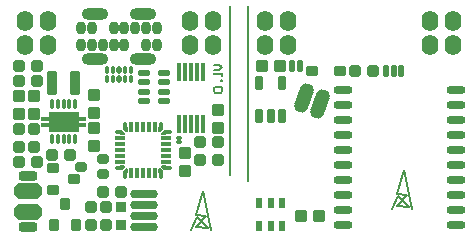
<source format=gbs>
G04*
G04 #@! TF.GenerationSoftware,Altium Limited,Altium Designer,19.1.5 (86)*
G04*
G04 Layer_Color=16711935*
%FSLAX25Y25*%
%MOIN*%
G70*
G01*
G75*
%ADD11C,0.00500*%
%ADD16C,0.00800*%
%ADD31C,0.00600*%
%ADD32C,0.00598*%
G04:AMPARAMS|DCode=34|XSize=39mil|YSize=39mil|CornerRadius=5.5mil|HoleSize=0mil|Usage=FLASHONLY|Rotation=90.000|XOffset=0mil|YOffset=0mil|HoleType=Round|Shape=RoundedRectangle|*
%AMROUNDEDRECTD34*
21,1,0.03900,0.02800,0,0,90.0*
21,1,0.02800,0.03900,0,0,90.0*
1,1,0.01100,0.01400,0.01400*
1,1,0.01100,0.01400,-0.01400*
1,1,0.01100,-0.01400,-0.01400*
1,1,0.01100,-0.01400,0.01400*
%
%ADD34ROUNDEDRECTD34*%
G04:AMPARAMS|DCode=36|XSize=20mil|YSize=39mil|CornerRadius=4.4mil|HoleSize=0mil|Usage=FLASHONLY|Rotation=180.000|XOffset=0mil|YOffset=0mil|HoleType=Round|Shape=RoundedRectangle|*
%AMROUNDEDRECTD36*
21,1,0.02000,0.03020,0,0,180.0*
21,1,0.01120,0.03900,0,0,180.0*
1,1,0.00880,-0.00560,0.01510*
1,1,0.00880,0.00560,0.01510*
1,1,0.00880,0.00560,-0.01510*
1,1,0.00880,-0.00560,-0.01510*
%
%ADD36ROUNDEDRECTD36*%
G04:AMPARAMS|DCode=37|XSize=39mil|YSize=39mil|CornerRadius=6.38mil|HoleSize=0mil|Usage=FLASHONLY|Rotation=90.000|XOffset=0mil|YOffset=0mil|HoleType=Round|Shape=RoundedRectangle|*
%AMROUNDEDRECTD37*
21,1,0.03900,0.02625,0,0,90.0*
21,1,0.02625,0.03900,0,0,90.0*
1,1,0.01275,0.01313,0.01313*
1,1,0.01275,0.01313,-0.01313*
1,1,0.01275,-0.01313,-0.01313*
1,1,0.01275,-0.01313,0.01313*
%
%ADD37ROUNDEDRECTD37*%
G04:AMPARAMS|DCode=38|XSize=39mil|YSize=39mil|CornerRadius=6.38mil|HoleSize=0mil|Usage=FLASHONLY|Rotation=0.000|XOffset=0mil|YOffset=0mil|HoleType=Round|Shape=RoundedRectangle|*
%AMROUNDEDRECTD38*
21,1,0.03900,0.02625,0,0,0.0*
21,1,0.02625,0.03900,0,0,0.0*
1,1,0.01275,0.01313,-0.01313*
1,1,0.01275,-0.01313,-0.01313*
1,1,0.01275,-0.01313,0.01313*
1,1,0.01275,0.01313,0.01313*
%
%ADD38ROUNDEDRECTD38*%
G04:AMPARAMS|DCode=39|XSize=31.56mil|YSize=39.43mil|CornerRadius=8.89mil|HoleSize=0mil|Usage=FLASHONLY|Rotation=270.000|XOffset=0mil|YOffset=0mil|HoleType=Round|Shape=RoundedRectangle|*
%AMROUNDEDRECTD39*
21,1,0.03156,0.02165,0,0,270.0*
21,1,0.01378,0.03943,0,0,270.0*
1,1,0.01778,-0.01083,-0.00689*
1,1,0.01778,-0.01083,0.00689*
1,1,0.01778,0.01083,0.00689*
1,1,0.01778,0.01083,-0.00689*
%
%ADD39ROUNDEDRECTD39*%
G04:AMPARAMS|DCode=43|XSize=39mil|YSize=39mil|CornerRadius=5.5mil|HoleSize=0mil|Usage=FLASHONLY|Rotation=180.000|XOffset=0mil|YOffset=0mil|HoleType=Round|Shape=RoundedRectangle|*
%AMROUNDEDRECTD43*
21,1,0.03900,0.02800,0,0,180.0*
21,1,0.02800,0.03900,0,0,180.0*
1,1,0.01100,-0.01400,0.01400*
1,1,0.01100,0.01400,0.01400*
1,1,0.01100,0.01400,-0.01400*
1,1,0.01100,-0.01400,-0.01400*
%
%ADD43ROUNDEDRECTD43*%
G04:AMPARAMS|DCode=45|XSize=27.62mil|YSize=47.31mil|CornerRadius=7.91mil|HoleSize=0mil|Usage=FLASHONLY|Rotation=180.000|XOffset=0mil|YOffset=0mil|HoleType=Round|Shape=RoundedRectangle|*
%AMROUNDEDRECTD45*
21,1,0.02762,0.03150,0,0,180.0*
21,1,0.01181,0.04731,0,0,180.0*
1,1,0.01581,-0.00591,0.01575*
1,1,0.01581,0.00591,0.01575*
1,1,0.01581,0.00591,-0.01575*
1,1,0.01581,-0.00591,-0.01575*
%
%ADD45ROUNDEDRECTD45*%
%ADD46O,0.05518X0.06935*%
%ADD47O,0.08865X0.03943*%
%ADD48O,0.03392X0.04337*%
G04:AMPARAMS|DCode=87|XSize=47.31mil|YSize=98.49mil|CornerRadius=19.32mil|HoleSize=0mil|Usage=FLASHONLY|Rotation=340.000|XOffset=0mil|YOffset=0mil|HoleType=Round|Shape=RoundedRectangle|*
%AMROUNDEDRECTD87*
21,1,0.04731,0.05984,0,0,340.0*
21,1,0.00866,0.09849,0,0,340.0*
1,1,0.03865,-0.00616,-0.02960*
1,1,0.03865,-0.01430,-0.02664*
1,1,0.03865,0.00616,0.02960*
1,1,0.03865,0.01430,0.02664*
%
%ADD87ROUNDEDRECTD87*%
G04:AMPARAMS|DCode=88|XSize=29mil|YSize=94mil|CornerRadius=14.5mil|HoleSize=0mil|Usage=FLASHONLY|Rotation=90.000|XOffset=0mil|YOffset=0mil|HoleType=Round|Shape=RoundedRectangle|*
%AMROUNDEDRECTD88*
21,1,0.02900,0.06500,0,0,90.0*
21,1,0.00000,0.09400,0,0,90.0*
1,1,0.02900,0.03250,0.00000*
1,1,0.02900,0.03250,0.00000*
1,1,0.02900,-0.03250,0.00000*
1,1,0.02900,-0.03250,0.00000*
%
%ADD88ROUNDEDRECTD88*%
G04:AMPARAMS|DCode=89|XSize=14mil|YSize=20mil|CornerRadius=4.5mil|HoleSize=0mil|Usage=FLASHONLY|Rotation=270.000|XOffset=0mil|YOffset=0mil|HoleType=Round|Shape=RoundedRectangle|*
%AMROUNDEDRECTD89*
21,1,0.01400,0.01100,0,0,270.0*
21,1,0.00500,0.02000,0,0,270.0*
1,1,0.00900,-0.00550,-0.00250*
1,1,0.00900,-0.00550,0.00250*
1,1,0.00900,0.00550,0.00250*
1,1,0.00900,0.00550,-0.00250*
%
%ADD89ROUNDEDRECTD89*%
%ADD90R,0.02368X0.03550*%
G04:AMPARAMS|DCode=91|XSize=39.43mil|YSize=35.5mil|CornerRadius=5.94mil|HoleSize=0mil|Usage=FLASHONLY|Rotation=180.000|XOffset=0mil|YOffset=0mil|HoleType=Round|Shape=RoundedRectangle|*
%AMROUNDEDRECTD91*
21,1,0.03943,0.02362,0,0,180.0*
21,1,0.02756,0.03550,0,0,180.0*
1,1,0.01187,-0.01378,0.01181*
1,1,0.01187,0.01378,0.01181*
1,1,0.01187,0.01378,-0.01181*
1,1,0.01187,-0.01378,-0.01181*
%
%ADD91ROUNDEDRECTD91*%
%ADD92O,0.06306X0.02762*%
G04:AMPARAMS|DCode=93|XSize=31.56mil|YSize=63.06mil|CornerRadius=8.89mil|HoleSize=0mil|Usage=FLASHONLY|Rotation=270.000|XOffset=0mil|YOffset=0mil|HoleType=Round|Shape=RoundedRectangle|*
%AMROUNDEDRECTD93*
21,1,0.03156,0.04528,0,0,270.0*
21,1,0.01378,0.06306,0,0,270.0*
1,1,0.01778,-0.02264,-0.00689*
1,1,0.01778,-0.02264,0.00689*
1,1,0.01778,0.02264,0.00689*
1,1,0.01778,0.02264,-0.00689*
%
%ADD93ROUNDEDRECTD93*%
G04:AMPARAMS|DCode=94|XSize=35.5mil|YSize=35.5mil|CornerRadius=5.15mil|HoleSize=0mil|Usage=FLASHONLY|Rotation=270.000|XOffset=0mil|YOffset=0mil|HoleType=Round|Shape=RoundedRectangle|*
%AMROUNDEDRECTD94*
21,1,0.03550,0.02520,0,0,270.0*
21,1,0.02520,0.03550,0,0,270.0*
1,1,0.01030,-0.01260,-0.01260*
1,1,0.01030,-0.01260,0.01260*
1,1,0.01030,0.01260,0.01260*
1,1,0.01030,0.01260,-0.01260*
%
%ADD94ROUNDEDRECTD94*%
G04:AMPARAMS|DCode=95|XSize=21.72mil|YSize=39.43mil|CornerRadius=6.43mil|HoleSize=0mil|Usage=FLASHONLY|Rotation=90.000|XOffset=0mil|YOffset=0mil|HoleType=Round|Shape=RoundedRectangle|*
%AMROUNDEDRECTD95*
21,1,0.02172,0.02657,0,0,90.0*
21,1,0.00886,0.03943,0,0,90.0*
1,1,0.01286,0.01329,0.00443*
1,1,0.01286,0.01329,-0.00443*
1,1,0.01286,-0.01329,-0.00443*
1,1,0.01286,-0.01329,0.00443*
%
%ADD95ROUNDEDRECTD95*%
G04:AMPARAMS|DCode=96|XSize=16mil|YSize=26mil|CornerRadius=5mil|HoleSize=0mil|Usage=FLASHONLY|Rotation=270.000|XOffset=0mil|YOffset=0mil|HoleType=Round|Shape=RoundedRectangle|*
%AMROUNDEDRECTD96*
21,1,0.01600,0.01600,0,0,270.0*
21,1,0.00600,0.02600,0,0,270.0*
1,1,0.01000,-0.00800,-0.00300*
1,1,0.01000,-0.00800,0.00300*
1,1,0.01000,0.00800,0.00300*
1,1,0.01000,0.00800,-0.00300*
%
%ADD96ROUNDEDRECTD96*%
G04:AMPARAMS|DCode=97|XSize=16mil|YSize=36mil|CornerRadius=5mil|HoleSize=0mil|Usage=FLASHONLY|Rotation=270.000|XOffset=0mil|YOffset=0mil|HoleType=Round|Shape=RoundedRectangle|*
%AMROUNDEDRECTD97*
21,1,0.01600,0.02600,0,0,270.0*
21,1,0.00600,0.03600,0,0,270.0*
1,1,0.01000,-0.01300,-0.00300*
1,1,0.01000,-0.01300,0.00300*
1,1,0.01000,0.01300,0.00300*
1,1,0.01000,0.01300,-0.00300*
%
%ADD97ROUNDEDRECTD97*%
G04:AMPARAMS|DCode=98|XSize=16mil|YSize=26mil|CornerRadius=5mil|HoleSize=0mil|Usage=FLASHONLY|Rotation=0.000|XOffset=0mil|YOffset=0mil|HoleType=Round|Shape=RoundedRectangle|*
%AMROUNDEDRECTD98*
21,1,0.01600,0.01600,0,0,0.0*
21,1,0.00600,0.02600,0,0,0.0*
1,1,0.01000,0.00300,-0.00800*
1,1,0.01000,-0.00300,-0.00800*
1,1,0.01000,-0.00300,0.00800*
1,1,0.01000,0.00300,0.00800*
%
%ADD98ROUNDEDRECTD98*%
G04:AMPARAMS|DCode=99|XSize=16mil|YSize=36mil|CornerRadius=5mil|HoleSize=0mil|Usage=FLASHONLY|Rotation=0.000|XOffset=0mil|YOffset=0mil|HoleType=Round|Shape=RoundedRectangle|*
%AMROUNDEDRECTD99*
21,1,0.01600,0.02600,0,0,0.0*
21,1,0.00600,0.03600,0,0,0.0*
1,1,0.01000,0.00300,-0.01300*
1,1,0.01000,-0.00300,-0.01300*
1,1,0.01000,-0.00300,0.01300*
1,1,0.01000,0.00300,0.01300*
%
%ADD99ROUNDEDRECTD99*%
G04:AMPARAMS|DCode=100|XSize=11.87mil|YSize=24.67mil|CornerRadius=3.97mil|HoleSize=0mil|Usage=FLASHONLY|Rotation=0.000|XOffset=0mil|YOffset=0mil|HoleType=Round|Shape=RoundedRectangle|*
%AMROUNDEDRECTD100*
21,1,0.01187,0.01673,0,0,0.0*
21,1,0.00394,0.02467,0,0,0.0*
1,1,0.00794,0.00197,-0.00837*
1,1,0.00794,-0.00197,-0.00837*
1,1,0.00794,-0.00197,0.00837*
1,1,0.00794,0.00197,0.00837*
%
%ADD100ROUNDEDRECTD100*%
G04:AMPARAMS|DCode=101|XSize=19.75mil|YSize=24.67mil|CornerRadius=5.94mil|HoleSize=0mil|Usage=FLASHONLY|Rotation=180.000|XOffset=0mil|YOffset=0mil|HoleType=Round|Shape=RoundedRectangle|*
%AMROUNDEDRECTD101*
21,1,0.01975,0.01280,0,0,180.0*
21,1,0.00787,0.02467,0,0,180.0*
1,1,0.01187,-0.00394,0.00640*
1,1,0.01187,0.00394,0.00640*
1,1,0.01187,0.00394,-0.00640*
1,1,0.01187,-0.00394,-0.00640*
%
%ADD101ROUNDEDRECTD101*%
G04:AMPARAMS|DCode=102|XSize=94mil|YSize=51.24mil|CornerRadius=0mil|HoleSize=0mil|Usage=FLASHONLY|Rotation=0.000|XOffset=0mil|YOffset=0mil|HoleType=Round|Shape=Octagon|*
%AMOCTAGOND102*
4,1,8,0.04700,-0.01281,0.04700,0.01281,0.03419,0.02562,-0.03419,0.02562,-0.04700,0.01281,-0.04700,-0.01281,-0.03419,-0.02562,0.03419,-0.02562,0.04700,-0.01281,0.0*
%
%ADD102OCTAGOND102*%

G04:AMPARAMS|DCode=103|XSize=82.74mil|YSize=35.5mil|CornerRadius=9.87mil|HoleSize=0mil|Usage=FLASHONLY|Rotation=90.000|XOffset=0mil|YOffset=0mil|HoleType=Round|Shape=RoundedRectangle|*
%AMROUNDEDRECTD103*
21,1,0.08274,0.01575,0,0,90.0*
21,1,0.06299,0.03550,0,0,90.0*
1,1,0.01975,0.00787,0.03150*
1,1,0.01975,0.00787,-0.03150*
1,1,0.01975,-0.00787,-0.03150*
1,1,0.01975,-0.00787,0.03150*
%
%ADD103ROUNDEDRECTD103*%
%ADD104O,0.01306X0.03550*%
%ADD105R,0.09849X0.06896*%
%ADD106O,0.01581X0.06109*%
G04:AMPARAMS|DCode=107|XSize=35.58mil|YSize=42.27mil|CornerRadius=9.89mil|HoleSize=0mil|Usage=FLASHONLY|Rotation=270.000|XOffset=0mil|YOffset=0mil|HoleType=Round|Shape=RoundedRectangle|*
%AMROUNDEDRECTD107*
21,1,0.03558,0.02248,0,0,270.0*
21,1,0.01579,0.04227,0,0,270.0*
1,1,0.01979,-0.01124,-0.00789*
1,1,0.01979,-0.01124,0.00789*
1,1,0.01979,0.01124,0.00789*
1,1,0.01979,0.01124,-0.00789*
%
%ADD107ROUNDEDRECTD107*%
G04:AMPARAMS|DCode=108|XSize=35.58mil|YSize=42.27mil|CornerRadius=9.89mil|HoleSize=0mil|Usage=FLASHONLY|Rotation=0.000|XOffset=0mil|YOffset=0mil|HoleType=Round|Shape=RoundedRectangle|*
%AMROUNDEDRECTD108*
21,1,0.03558,0.02248,0,0,0.0*
21,1,0.01579,0.04227,0,0,0.0*
1,1,0.01979,0.00789,-0.01124*
1,1,0.01979,-0.00789,-0.01124*
1,1,0.01979,-0.00789,0.01124*
1,1,0.01979,0.00789,0.01124*
%
%ADD108ROUNDEDRECTD108*%
%ADD109R,0.03550X0.01502*%
G36*
X51813Y32869D02*
X51870Y32813D01*
X51900Y32740D01*
Y32700D01*
Y32150D01*
X51050Y31300D01*
X50400D01*
Y32900D01*
X51740D01*
X51813Y32869D01*
D02*
G37*
G36*
X52813Y31870D02*
X52870Y31813D01*
X52900Y31740D01*
Y31700D01*
Y30400D01*
X51300D01*
Y31050D01*
X52150Y31900D01*
X52740D01*
X52813Y31870D01*
D02*
G37*
G36*
X52900Y44300D02*
Y44260D01*
X52870Y44187D01*
X52813Y44130D01*
X52740Y44100D01*
X52150D01*
X51300Y44950D01*
Y45600D01*
X52900D01*
Y44300D01*
D02*
G37*
G36*
X51900Y43850D02*
Y43300D01*
Y43260D01*
X51870Y43187D01*
X51813Y43130D01*
X51740Y43100D01*
X50400D01*
Y44700D01*
X51050D01*
X51900Y43850D01*
D02*
G37*
G36*
X65600Y31300D02*
X64950D01*
X64100Y32150D01*
Y32700D01*
Y32740D01*
X64130Y32813D01*
X64187Y32869D01*
X64260Y32900D01*
X65600D01*
Y31300D01*
D02*
G37*
G36*
X64700Y31050D02*
Y30400D01*
X63100D01*
Y31700D01*
Y31740D01*
X63130Y31813D01*
X63187Y31870D01*
X63260Y31900D01*
X63850D01*
X64700Y31050D01*
D02*
G37*
G36*
Y44950D02*
X63850Y44100D01*
X63260D01*
X63187Y44130D01*
X63130Y44187D01*
X63100Y44260D01*
Y44300D01*
Y45600D01*
X64700D01*
Y44950D01*
D02*
G37*
G36*
X65600Y43100D02*
X64260D01*
X64187Y43130D01*
X64130Y43187D01*
X64100Y43260D01*
Y43300D01*
Y43850D01*
X64950Y44700D01*
X65600D01*
Y43100D01*
D02*
G37*
D11*
X81501Y66500D02*
X83367D01*
X84300Y65567D01*
X83367Y64634D01*
X81501D01*
X84300Y63701D02*
Y62768D01*
Y63234D01*
X81501D01*
X81968Y63701D01*
X84300Y61368D02*
X83833D01*
Y60902D01*
X84300D01*
Y61368D01*
X81968Y59036D02*
X81501Y58569D01*
Y57636D01*
X81968Y57170D01*
X83833D01*
X84300Y57636D01*
Y58569D01*
X83833Y59036D01*
X81968D01*
D16*
X145100Y31400D02*
X147600Y18400D01*
X143000Y22800D02*
X146500Y19200D01*
X142500Y19500D02*
X146500Y19200D01*
X142800Y23400D02*
X146100Y23100D01*
X142500Y19500D02*
X146100Y23100D01*
X142800Y23400D02*
X145100Y31400D01*
X141100Y18400D02*
X143000Y22800D01*
X78100Y24400D02*
X80600Y11400D01*
X76000Y15800D02*
X79500Y12200D01*
X75500Y12500D02*
X79500Y12200D01*
X75800Y16400D02*
X79100Y16100D01*
X75500Y12500D02*
X79100Y16100D01*
X75800Y16400D02*
X78100Y24400D01*
X74100Y11400D02*
X76000Y15800D01*
D31*
X86939Y29571D02*
Y85984D01*
D32*
X93061Y27724D02*
Y85984D01*
D34*
X41500Y39500D02*
D03*
Y45500D02*
D03*
Y56500D02*
D03*
Y50500D02*
D03*
X72000Y37000D02*
D03*
Y31000D02*
D03*
X83000Y51500D02*
D03*
Y45500D02*
D03*
X16500Y50000D02*
D03*
Y56000D02*
D03*
X21500Y50000D02*
D03*
Y56000D02*
D03*
D36*
X110300Y66000D02*
D03*
X107700D02*
D03*
X144100Y64500D02*
D03*
X138900D02*
D03*
X141500D02*
D03*
D37*
X40500Y13000D02*
D03*
Y19000D02*
D03*
X77000Y34685D02*
D03*
Y40685D02*
D03*
X83000Y34685D02*
D03*
Y40685D02*
D03*
X21500Y45000D02*
D03*
Y39000D02*
D03*
X16500Y45000D02*
D03*
Y39000D02*
D03*
X45500Y13000D02*
D03*
Y19000D02*
D03*
D38*
X16500Y66000D02*
D03*
X22500D02*
D03*
X128500Y64500D02*
D03*
X134500D02*
D03*
X22500Y34000D02*
D03*
X16500D02*
D03*
X27500Y36500D02*
D03*
X33500D02*
D03*
X22500Y61000D02*
D03*
X16500D02*
D03*
X50500Y24000D02*
D03*
X44500D02*
D03*
D39*
X44740Y35059D02*
D03*
Y29941D02*
D03*
X37260Y32500D02*
D03*
D43*
X110500Y16000D02*
D03*
X116500D02*
D03*
X97500Y66000D02*
D03*
X103500D02*
D03*
D45*
X104240Y49488D02*
D03*
X100500D02*
D03*
X96760D02*
D03*
Y60512D02*
D03*
X104240D02*
D03*
D46*
X98581Y81062D02*
D03*
X106455D02*
D03*
Y73188D02*
D03*
X98581D02*
D03*
X18583Y81063D02*
D03*
X26457D02*
D03*
Y73189D02*
D03*
X18583D02*
D03*
X153542Y73188D02*
D03*
X161416D02*
D03*
Y81062D02*
D03*
X153542D02*
D03*
X81417Y81063D02*
D03*
X73543D02*
D03*
Y73189D02*
D03*
X81417D02*
D03*
D47*
X57874Y68268D02*
D03*
X42126Y83465D02*
D03*
Y68268D02*
D03*
X57874Y83465D02*
D03*
D48*
X48228Y78622D02*
D03*
X40945D02*
D03*
X37205D02*
D03*
Y73110D02*
D03*
X40945D02*
D03*
X44685D02*
D03*
X48228D02*
D03*
X62795D02*
D03*
X59055D02*
D03*
X51772D02*
D03*
X62795Y78622D02*
D03*
X59055D02*
D03*
X55315D02*
D03*
X51772D02*
D03*
D87*
X111594Y55483D02*
D03*
X117144Y53463D02*
D03*
D88*
X58379Y12382D02*
D03*
Y16043D02*
D03*
Y19705D02*
D03*
Y23366D02*
D03*
D89*
X70000Y42200D02*
D03*
Y40700D02*
D03*
D90*
X96563Y12563D02*
D03*
X100500D02*
D03*
X104437D02*
D03*
Y20437D02*
D03*
X100500D02*
D03*
X96563D02*
D03*
D91*
X123528Y64500D02*
D03*
X114472D02*
D03*
D92*
X124799Y13000D02*
D03*
Y18000D02*
D03*
Y23000D02*
D03*
Y28000D02*
D03*
Y33000D02*
D03*
Y38000D02*
D03*
Y43000D02*
D03*
Y48000D02*
D03*
Y53000D02*
D03*
Y58000D02*
D03*
X162201Y13000D02*
D03*
Y18000D02*
D03*
Y23000D02*
D03*
Y28000D02*
D03*
Y33000D02*
D03*
Y38000D02*
D03*
Y43000D02*
D03*
Y48000D02*
D03*
Y53000D02*
D03*
Y58000D02*
D03*
D93*
X19500Y12535D02*
D03*
Y29465D02*
D03*
D94*
X50500Y19000D02*
D03*
Y13000D02*
D03*
D95*
X64846Y57425D02*
D03*
Y54276D02*
D03*
Y63724D02*
D03*
Y60575D02*
D03*
X58153D02*
D03*
Y63724D02*
D03*
Y54276D02*
D03*
Y57425D02*
D03*
D96*
X66150Y43905D02*
D03*
Y32094D02*
D03*
X49850D02*
D03*
Y43905D02*
D03*
D97*
X65650Y41937D02*
D03*
Y39968D02*
D03*
Y38000D02*
D03*
Y36031D02*
D03*
Y34063D02*
D03*
X50350D02*
D03*
Y36031D02*
D03*
Y38000D02*
D03*
Y39968D02*
D03*
Y41937D02*
D03*
D98*
X63906Y29850D02*
D03*
X52095D02*
D03*
Y46150D02*
D03*
X63906D02*
D03*
D99*
X61937Y30350D02*
D03*
X59969D02*
D03*
X58000D02*
D03*
X56032D02*
D03*
X54063D02*
D03*
Y45650D02*
D03*
X56032D02*
D03*
X58000D02*
D03*
X59969D02*
D03*
X61937D02*
D03*
D100*
X48031Y64776D02*
D03*
X46063D02*
D03*
X51968Y61724D02*
D03*
X53937D02*
D03*
X51968Y64776D02*
D03*
X53937D02*
D03*
X46063Y61724D02*
D03*
X48031D02*
D03*
D101*
X50000Y64776D02*
D03*
Y61724D02*
D03*
D102*
X19500Y24425D02*
D03*
Y17425D02*
D03*
D103*
X35437Y60500D02*
D03*
X27563D02*
D03*
D104*
Y53307D02*
D03*
X29531D02*
D03*
X31500D02*
D03*
X33468D02*
D03*
X35437D02*
D03*
Y41693D02*
D03*
X33468D02*
D03*
X31500D02*
D03*
X29531D02*
D03*
X27563D02*
D03*
D105*
X31500Y47500D02*
D03*
D106*
X70063Y64161D02*
D03*
X72031D02*
D03*
X74000D02*
D03*
X75968D02*
D03*
X77937D02*
D03*
X70063Y46839D02*
D03*
X72031D02*
D03*
X74000D02*
D03*
X75968D02*
D03*
X77937D02*
D03*
D107*
X28016Y24560D02*
D03*
Y32040D02*
D03*
X34984Y28300D02*
D03*
D108*
X35740Y13016D02*
D03*
X28260D02*
D03*
X32000Y19984D02*
D03*
D109*
X37405Y46516D02*
D03*
Y48484D02*
D03*
X25594D02*
D03*
Y46516D02*
D03*
M02*

</source>
